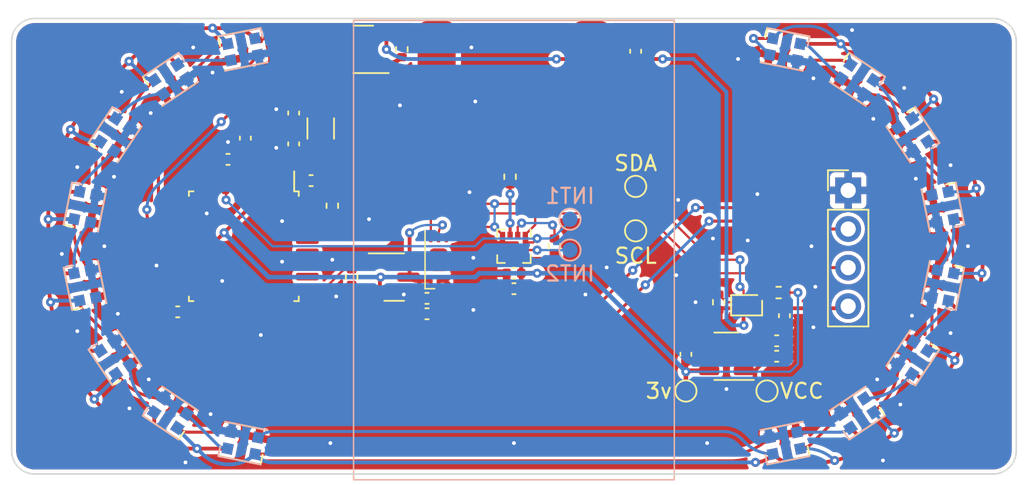
<source format=kicad_pcb>
(kicad_pcb (version 20221018) (generator pcbnew)
  (layers (0 "F.Cu" signal) (31 "B.Cu" signal) (34 "B.Paste" user) (35 "F.Paste" user) (36 "B.SilkS" user "B.Silkscreen") (37 "F.SilkS" user "F.Silkscreen") (38 "B.Mask" user) (39 "F.Mask" user) (44 "Edge.Cuts" user))
  (net 0 "")
  (net 1 "VCC")
  (net 2 "VBUS")
  (net 3 "SWDIO")
  (net 4 "SWCLK")
  (net 5 "GND")
  (net 6 "+3V0")
  (net 7 "IMU_INT2")
  (net 8 "IMU_INT1")
  (net 9 "SCL")
  (net 10 "SDA")
  (net 11 "Net-(U1-~{CS})")
  (net 12 "~{BMS_INT}")
  (net 13 "TS|MR")
  (net 14 "Net-(U1-SA0{slash}SDO)")
  (net 16 "Net-(U4-PH3)")
  (net 17 "BH1730PowerCtrl")
  (net 22 "Net-(U4-PC14)")
  (net 23 "Net-(U4-PC15)")
  (net 27 "Net-(U4-NRST)")
  (net 28 "LED IN")
  (net 31 "LEDPowerCtrl")
  (net 32 "TX")
  (net 36 "RX")
  (net 37 "+BATT")
  (net 38 "/LED_PWR")
  (net 40 "ALVCC")
  (footprint "Capacitor_SMD:C_0402_1005Metric" (layer "F.Cu") (at 166.878 85.471 180)
    (fp_text reference "C15" hide)
    (fp_text value "100n")
  )
  (footprint "Capacitor_SMD:C_0402_1005Metric" (layer "F.Cu") (at 202.946 97.409)
    (fp_text reference "C7" hide)
    (fp_text value "10u")
  )
  (footprint "Package_LGA:LGA-12_2x2mm_P0.5mm" (layer "F.Cu") (at 185.674 91.186 -90)
    (fp_text reference "U1" hide)
    (fp_text value "LIS2DW12" hide)
  )
  (footprint "Components:Texas_DSBGA-8-1.04x1.59mm" (layer "F.Cu") (at 200.968 95.069 -90)
    (fp_text reference "U3" hide)
    (fp_text value "BQ21080" hide)
  )
  (footprint "Capacitor_SMD:C_0402_1005Metric" (layer "F.Cu") (at 202.946 98.425)
    (fp_text reference "C2" hide)
    (fp_text value "1u")
  )
  (footprint "Capacitor_SMD:C_0402_1005Metric" (layer "F.Cu") (at 179.959 94.615)
    (fp_text reference "C8" hide)
    (fp_text value "100n")
  )
  (footprint "Crystal:Crystal_SMD_3215-2Pin_3.2x1.5mm" (layer "F.Cu") (at 172.974 83.439 90)
    (fp_text reference "Y1" hide)
    (fp_text value "32.768k")
  )
  (footprint "Resistor_SMD:R_0402_1005Metric" (layer "F.Cu") (at 188.341 91.186 90)
    (fp_text reference "R1" hide)
    (fp_text value "10k")
  )
  (footprint "TestPoint:TestPoint_Pad_D1.0mm" (layer "F.Cu") (at 202.311 100.711)
    (fp_text reference "TP5" hide)
    (fp_text value "VCC")
  )
  (footprint "Capacitor_SMD:C_0402_1005Metric" (layer "F.Cu") (at 172.339 86.868)
    (fp_text reference "C14" hide)
    (fp_text value "100n")
  )
  (footprint "Resistor_SMD:R_0402_1005Metric" (layer "F.Cu") (at 199.136 94.871 90)
    (fp_text reference "R3" hide)
    (fp_text value "10k")
  )
  (footprint "LED_SMD:LED_WS2812B-2020_PLCC4_2.0x2.0mm" (layer "F.Cu") (at 208.25176 102.168051 -146.25)
    (fp_text reference "REF**7" hide)
    (fp_text value "LED_WS2812B-2020_PLCC4_2.0x2.0mm" hide)
  )
  (footprint "Capacitor_SMD:C_0402_1005Metric" (layer "F.Cu") (at 193.675 78.359 90)
    (fp_text reference "C5" hide)
    (fp_text value "1u")
  )
  (footprint "Package_QFP:LQFP-32_7x7mm_P0.8mm" (layer "F.Cu") (at 167.9194 91.186 -90)
    (fp_text reference "U4" hide)
    (fp_text value "STM32L412KBTx" hide)
  )
  (footprint "Resistor_SMD:R_0402_1005Metric" (layer "F.Cu") (at 173.736 88.519 -90)
    (fp_text reference "R6" hide)
    (fp_text value "10k")
  )
  (footprint "Package_TO_SOT_SMD:SOT-23" (layer "F.Cu") (at 177.8 93.218)
    (fp_text reference "Q3" hide)
    (fp_text value "Q_PMOS_GSD")
  )
  (footprint "LED_SMD:LED_WS2812B-2020_PLCC4_2.0x2.0mm" (layer "F.Cu") (at 208.25176 80.203949 -33.75)
    (fp_text reference "REF**12" hide)
    (fp_text value "LED_WS2812B-2020_PLCC4_2.0x2.0mm" hide)
  )
  (footprint "Capacitor_SMD:C_0402_1005Metric" (layer "F.Cu") (at 203.454 95.758 -90)
    (fp_text reference "C6" hide)
    (fp_text value "1u")
  )
  (footprint "LED_SMD:LED_WS2812B-2020_PLCC4_2.0x2.0mm" (layer "F.Cu") (at 211.895839 98.523972 -123.75)
    (fp_text reference "REF**8" hide)
    (fp_text value "LED_WS2812B-2020_PLCC4_2.0x2.0mm" hide)
  )
  (footprint "Package_TO_SOT_SMD:SOT-23" (layer "F.Cu") (at 175.768 78.232 180)
    (fp_text reference "Q2" hide)
    (fp_text value "Q_PMOS_GSD")
  )
  (footprint "Capacitor_SMD:C_0402_1005Metric" (layer "F.Cu") (at 163.576 95.504 180)
    (fp_text reference "C13" hide)
    (fp_text value "100n")
  )
  (footprint "LED_SMD:LED_WS2812B-2020_PLCC4_2.0x2.0mm" (layer "F.Cu") (at 203.490542 104.140211 -168.75)
    (fp_text reference "REF**6" hide)
    (fp_text value "LED_WS2812B-2020_PLCC4_2.0x2.0mm" hide)
  )
  (footprint "LED_SMD:LED_WS2812B-2020_PLCC4_2.0x2.0mm" (layer "F.Cu") (at 167.857458 104.140212 168.75)
    (fp_text reference "REF**5" hide)
    (fp_text value "LED_WS2812B-2020_PLCC4_2.0x2.0mm" hide)
  )
  (footprint "TestPoint:TestPoint_Pad_D1.0mm" (layer "F.Cu") (at 193.675 87.249)
    (fp_text reference "TP1" hide)
    (fp_text value "SDA")
  )
  (footprint "Connector_PinHeader_2.54mm:PinHeader_1x04_P2.54mm_Vertical" (layer "F.Cu") (at 207.645 87.513)
    (fp_text reference "J1" hide)
    (fp_text value "Conn_01x04_Pin" hide)
  )
  (footprint "LED_SMD:LED_WS2812B-2020_PLCC4_2.0x2.0mm" (layer "F.Cu") (at 157.479999 88.609247 78.75)
    (fp_text reference "REF**1" hide)
    (fp_text value "LED_WS2812B-2020_PLCC4_2.0x2.0mm" hide)
  )
  (footprint "Capacitor_SMD:C_0402_1005Metric" (layer "F.Cu") (at 168.021 84.074 -90)
    (fp_text reference "C10" hide)
    (fp_text value "100n")
  )
  (footprint "Capacitor_SMD:C_0402_1005Metric" (layer "F.Cu") (at 179.959 95.631)
    (fp_text reference "C9" hide)
    (fp_text value "100n")
  )
  (footprint "Resistor_SMD:R_0402_1005Metric" (layer "F.Cu") (at 203.073 94.234)
    (fp_text reference "R4" hide)
    (fp_text value "10k")
  )
  (footprint "Resistor_SMD:R_0402_1005Metric" (layer "F.Cu") (at 178.308 78.232 -90)
    (fp_text reference "R7" hide)
    (fp_text value "100k")
  )
  (footprint "LED_SMD:LED_WS2812B-2020_PLCC4_2.0x2.0mm" (layer "F.Cu") (at 159.45216 98.523972 123.75)
    (fp_text reference "REF**3" hide)
    (fp_text value "LED_WS2812B-2020_PLCC4_2.0x2.0mm" hide)
  )
  (footprint "TestPoint:TestPoint_Pad_D1.0mm" (layer "F.Cu") (at 193.675 90.17)
    (fp_text reference "TP2" hide)
    (fp_text value "SCL")
  )
  (footprint "Capacitor_SMD:C_0402_1005Metric" (layer "F.Cu") (at 171.196 84.455 -90)
    (fp_text reference "C11" hide)
    (fp_text value "4p3")
  )
  (footprint "LED_SMD:LED_WS2812B-2020_PLCC4_2.0x2.0mm" (layer "F.Cu") (at 211.895839 83.848028 -56.25)
    (fp_text reference "REF**11" hide)
    (fp_text value "LED_WS2812B-2020_PLCC4_2.0x2.0mm" hide)
  )
  (footprint "Capacitor_SMD:C_0402_1005Metric" (layer "F.Cu") (at 185.674 92.964 180)
    (fp_text reference "C4" hide)
    (fp_text value "100n")
  )
  (footprint "Capacitor_SMD:C_0402_1005Metric" (layer "F.Cu") (at 185.674 93.98 180)
    (fp_text reference "C3" hide)
    (fp_text value "10u")
  )
  (footprint "LED_SMD:LED_WS2812B-2020_PLCC4_2.0x2.0mm" (layer "F.Cu") (at 159.45216 83.848028 56.25)
    (fp_text reference "REF**" hide)
    (fp_text value "LED_WS2812B-2020_PLCC4_2.0x2.0mm" hide)
  )
  (footprint "Capacitor_SMD:C_0402_1005Metric" (layer "F.Cu") (at 196.977 98.298 90)
    (fp_text reference "C1" hide)
    (fp_text value "2u2")
  )
  (footprint "LED_SMD:LED_WS2812B-2020_PLCC4_2.0x2.0mm" (layer "F.Cu") (at 163.096239 80.203949 33.75)
    (fp_text reference "REF**15" hide)
    (fp_text value "LED_WS2812B-2020_PLCC4_2.0x2.0mm" hide)
  )
  (footprint "Resistor_SMD:R_0402_1005Metric" (layer "F.Cu") (at 175.006 93.218 90)
    (fp_text reference "R5" hide)
    (fp_text value "100k")
  )
  (footprint "LED_SMD:LED_WS2812B-2020_PLCC4_2.0x2.0mm" (layer "F.Cu") (at 213.868 93.762753 -101.25)
    (fp_text reference "REF**9" hide)
    (fp_text value "LED_WS2812B-2020_PLCC4_2.0x2.0mm" hide)
  )
  (footprint "Components:WSOF6" (layer "F.Cu") (at 180.721 92.075 90)
    (fp_text reference "U5")
    (fp_text value "BH1730")
  )
  (footprint "LED_SMD:LED_WS2812B-2020_PLCC4_2.0x2.0mm" (layer "F.Cu") (at 213.867999 88.609246 -78.75)
    (fp_text reference "REF**10" hide)
    (fp_text value "LED_WS2812B-2020_PLCC4_2.0x2.0mm" hide)
  )
  (footprint "LED_SMD:LED_WS2812B-2020_PLCC4_2.0x2.0mm" (layer "F.Cu") (at 163.096239 102.168051 146.25)
    (fp_text reference "REF**4" hide)
    (fp_text value "LED_WS2812B-2020_PLCC4_2.0x2.0mm" hide)
  )
  (footprint "Resistor_SMD:R_0402_1005Metric" (layer "F.Cu") (at 185.42 86.614 -90)
    (fp_text reference "R2" hide)
    (fp_text value "0")
  )
  (footprint "Package_TO_SOT_SMD:SOT-23-5" (layer "F.Cu") (at 199.644 98.425 180)
    (fp_text reference "U2" hide)
    (fp_text value "AP2205-3.0")
  )
  (footprint "LED_SMD:LED_WS2812B-2020_PLCC4_2.0x2.0mm" (layer "F.Cu") (at 167.857457 78.231789 11.25)
    (fp_text reference "REF**14" hide)
    (fp_text value "LED_WS2812B-2020_PLCC4_2.0x2.0mm" hide)
  )
  (footprint "LED_SMD:LED_WS2812B-2020_PLCC4_2.0x2.0mm" (layer "F.Cu") (at 157.48 93.762754 101.25)
    (fp_text reference "REF**2" hide)
    (fp_text value "LED_WS2812B-2020_PLCC4_2.0x2.0mm" hide)
  )
  (footprint "LED_SMD:LED_WS2812B-2020_PLCC4_2.0x2.0mm" (layer "F.Cu") (at 203.490541 78.231788 -11.25)
    (fp_text reference "REF**13" hide)
    (fp_text value "LED_WS2812B-2020_PLCC4_2.0x2.0mm" hide)
  )
  (footprint "TestPoint:TestPoint_Pad_D1.0mm" (layer "F.Cu") (at 196.977 100.711)
    (fp_text reference "TP6" hide)
    (fp_text value "3v")
  )
  (footprint "Components:battery_20x30" (layer "F.Cu") (at 185.674 78.867)
    (fp_text reference "BT1" hide)
    (fp_text value "200mAh")
  )
  (footprint "Capacitor_SMD:C_0402_1005Metric" (layer "F.Cu") (at 171.196 82.423 90)
    (fp_text reference "C12" hide)
    (fp_text value "4p3")
  )
  (footprint "LED_SMD:LED_WS2812B-2020_PLCC4_2.0x2.0mm" (layer "B.Cu") (at 213.868 93.762753 78.75)
    (fp_text reference "REF**12" hide)
    (fp_text value "LED_WS2812B-2020_PLCC4_2.0x2.0mm" hide)
  )
  (footprint "LED_SMD:LED_WS2812B-2020_PLCC4_2.0x2.0mm" (layer "B.Cu") (at 159.452161 83.849711 -123.75)
    (fp_text reference "REF**5" hide)
    (fp_text value "LED_WS2812B-2020_PLCC4_2.0x2.0mm" hide)
  )
  (footprint "LED_SMD:LED_WS2812B-2020_PLCC4_2.0x2.0mm" (layer "B.Cu") (at 167.857459 78.233471 -168.75)
    (fp_text reference "REF**7" hide)
    (fp_text value "LED_WS2812B-2020_PLCC4_2.0x2.0mm" hide)
  )
  (footprint "LED_SMD:LED_WS2812B-2020_PLCC4_2.0x2.0mm" (layer "B.Cu") (at 211.895839 98.523972 56.25)
    (fp_text reference "REF**13" hide)
    (fp_text value "LED_WS2812B-2020_PLCC4_2.0x2.0mm" hide)
  )
  (footprint "LED_SMD:LED_WS2812B-2020_PLCC4_2.0x2.0mm" (layer "B.Cu") (at 208.251759 102.16805 33.75)
    (fp_text reference "REF**14" hide)
    (fp_text value "LED_WS2812B-2020_PLCC4_2.0x2.0mm" hide)
  )
  (footprint "LED_SMD:LED_WS2812B-2020_PLCC4_2.0x2.0mm" (layer "B.Cu") (at 163.096241 80.205633 -146.25)
    (fp_text reference "REF**6" hide)
    (fp_text value "LED_WS2812B-2020_PLCC4_2.0x2.0mm" hide)
  )
  (footprint "LED_SMD:LED_WS2812B-2020_PLCC4_2.0x2.0mm" (layer "B.Cu") (at 203.490541 104.140212 11.25)
    (fp_text reference "REF**15" hide)
    (fp_text value "LED_WS2812B-2020_PLCC4_2.0x2.0mm" hide)
  )
  (footprint "LED_SMD:LED_WS2812B-2020_PLCC4_2.0x2.0mm" (layer "B.Cu") (at 157.48 88.61093 -101.25)
    (fp_text reference "REF**4" hide)
    (fp_text value "LED_WS2812B-2020_PLCC4_2.0x2.0mm" hide)
  )
  (footprint "LED_SMD:LED_WS2812B-2020_PLCC4_2.0x2.0mm" (layer "B.Cu") (at 203.490541 78.231788 168.75)
    (fp_text reference "REF**8" hide)
    (fp_text value "LED_WS2812B-2020_PLCC4_2.0x2.0mm" hide)
  )
  (footprint "LED_SMD:LED_WS2812B-2020_PLCC4_2.0x2.0mm" (layer "B.Cu") (at 167.857459 104.141895 -11.25)
    (fp_text reference "REF**" hide)
    (fp_text value "LED_WS2812B-2020_PLCC4_2.0x2.0mm" hide)
  )
  (footprint "LED_SMD:LED_WS2812B-2020_PLCC4_2.0x2.0mm" (layer "B.Cu") (at 208.25176 80.203949 146.25)
    (fp_text reference "REF**9" hide)
    (fp_text value "LED_WS2812B-2020_PLCC4_2.0x2.0mm" hide)
  )
  (footprint "LED_SMD:LED_WS2812B-2020_PLCC4_2.0x2.0mm" (layer "B.Cu") (at 159.452162 98.525654 -56.25)
    (fp_text reference "REF**2" hide)
    (fp_text value "LED_WS2812B-2020_PLCC4_2.0x2.0mm" hide)
  )
  (footprint "LED_SMD:LED_WS2812B-2020_PLCC4_2.0x2.0mm" (layer "B.Cu") (at 157.48 93.764436 -78.75)
    (fp_text reference "REF**3" hide)
    (fp_text value "LED_WS2812B-2020_PLCC4_2.0x2.0mm" hide)
  )
  (footprint "LED_SMD:LED_WS2812B-2020_PLCC4_2.0x2.0mm" (layer "B.Cu") (at 163.09624 102.169734 -33.75)
    (fp_text reference "REF**1" hide)
    (fp_text value "LED_WS2812B-2020_PLCC4_2.0x2.0mm" hide)
  )
  (footprint "LED_SMD:LED_WS2812B-2020_PLCC4_2.0x2.0mm" (layer "B.Cu") (at 211.895838 83.848029 123.75)
    (fp_text reference "REF**10" hide)
    (fp_text value "LED_WS2812B-2020_PLCC4_2.0x2.0mm" hide)
  )
  (footprint "TestPoint:TestPoint_Pad_D1.0mm" (layer "B.Cu") (at 189.357 89.408 180)
    (fp_text reference "TP3" hide)
    (fp_text value "INT1")
  )
  (footprint "LED_SMD:LED_WS2812B-2020_PLCC4_2.0x2.0mm" (layer "B.Cu") (at 213.868 88.609247 101.25)
    (fp_text reference "REF**11" hide)
    (fp_text value "LED_WS2812B-2020_PLCC4_2.0x2.0mm" hide)
  )
  (footprint "TestPoint:TestPoint_Pad_D1.0mm" (layer "B.Cu") (at 189.357 91.44 180)
    (fp_text reference "TP4" hide)
    (fp_text value "INT2")
  )
  (gr_line (start 217.17 76.2) (end 154.178 76.2) (stroke (width 0.1)) (layer "Edge.Cuts"))
  (gr_arc (start 218.694 104.648) (mid 218.247631 105.725631) (end 217.17 106.172) (stroke (width 0.1)) (layer "Edge.Cuts"))
  (gr_line (start 218.694 77.724) (end 218.694 104.648) (stroke (width 0.1)) (layer "Edge.Cuts"))
  (gr_arc (start 154.178 106.172) (mid 153.100369 105.725631) (end 152.654 104.648) (stroke (width 0.1)) (layer "Edge.Cuts"))
  (gr_line (start 152.654 77.724) (end 152.654 104.648) (stroke (width 0.1)) (layer "Edge.Cuts"))
  (gr_arc (start 152.654 77.724) (mid 153.100369 76.646369) (end 154.178 76.2) (stroke (width 0.1)) (layer "Edge.Cuts"))
  (gr_arc (start 217.17 76.2) (mid 218.247631 76.646369) (end 218.694 77.724) (stroke (width 0.1)) (layer "Edge.Cuts"))
  (gr_line (start 217.17 106.172) (end 154.178 106.172) (stroke (width 0.1)) (layer "Edge.Cuts"))
  (segment (start 213.15006 97.372082) (end 213.15006 94.552872) (width 0.2) (layer "F.Cu") (net 0))
  (segment (start 166.156075 78.159432) (end 164.162597 80.152911) (width 0.2) (layer "F.Cu") (net 0))
  (segment (start 211.844801 82.78167) (end 211.311599 82.248468) (width 0.2) (layer "F.Cu") (net 0))
  (segment (start 214.58594 92.972634) (end 214.58594 92.218574) (width 0.2) (layer "F.Cu") (net 0))
  (segment (start 164.248129 103.422272) (end 167.067339 103.422272) (width 0.2) (layer "F.Cu") (net 0))
  (segment (start 207.09987 78.949728) (end 204.28066 78.949728) (width 0.2) (layer "F.Cu") (net 0))
  (segment (start 158.197939 84.999918) (end 158.197939 87.819128) (width 0.2) (layer "F.Cu") (net 0))
  (segment (start 156.762059 89.399366) (end 156.762059 90.153426) (width 0.2) (layer "F.Cu") (net 0))
  (segment (start 168.647577 104.858152) (end 199.881214 104.858152) (width 0.2) (layer "F.Cu") (net 0))
  (segment (start 205.191924 104.212568) (end 207.185402 102.219089) (width 0.2) (layer "F.Cu") (net 0))
  (segment (start 213.940356 86.907864) (end 211.946877 84.914386) (width 0.2) (layer "F.Cu") (net 0))
  (segment (start 162.029881 80.254987) (end 161.496679 80.788189) (width 0.2) (layer "F.Cu") (net 0))
  (segment (start 157.407643 95.464136) (end 159.401122 97.457614) (width 0.2) (layer "F.Cu") (net 0))
  (segment (start 209.318118 102.117013) (end 209.85132 101.583811) (width 0.2) (layer "F.Cu") (net 0))
  (segment (start 159.503198 99.59033) (end 160.0364 100.123532) (width 0.2) (layer "F.Cu") (net 0))
  (segment (start 201.422 77.513848) (end 202.700422 77.513848) (width 0.2) (layer "F.Cu") (net 0))
  (via (at 201.422 77.513848) (size 0.6) (drill 0.25) (layers "F.Cu" "B.Cu") (net 0))
  (arc (start 204.49526 104.501135) (mid 204.872292 104.426139) (end 205.191924 104.212568) (width 0.2) (layer "F.Cu") (net 0))
  (arc (start 157.119076 94.767472) (mid 157.194072 95.144504) (end 157.407643 95.464136) (width 0.2) (layer "F.Cu") (net 0))
  (arc (start 199.881214 104.858152) (mid 201.290819 104.577765) (end 202.485824 103.779287) (width 0.2) (layer "F.Cu") (net 0))
  (arc (start 214.228923 87.604528) (mid 214.153927 87.227496) (end 213.940356 86.907864) (width 0.2) (layer "F.Cu") (net 0))
  (arc (start 156.762059 90.153426) (mid 157.042446 91.563031) (end 157.840924 92.758036) (width 0.2) (layer "F.Cu") (net 0))
  (arc (start 161.496679 80.788189) (mid 160.698202 81.983193) (end 160.417815 83.392797) (width 0.2) (layer "F.Cu") (net 0))
  (arc (start 211.311599 82.248468) (mid 210.116595 81.449991) (end 208.706991 81.169604) (width 0.2) (layer "F.Cu") (net 0))
  (arc (start 209.85132 101.583811) (mid 210.649797 100.388807) (end 210.930184 98.979203) (width 0.2) (layer "F.Cu") (net 0))
  (arc (start 158.486505 84.303259) (mid 158.272935 84.622889) (end 158.197939 84.999918) (width 0.2) (layer "F.Cu") (net 0))
  (arc (start 163.55147 103.133706) (mid 163.8711 103.347276) (end 164.248129 103.422272) (width 0.2) (layer "F.Cu") (net 0))
  (arc (start 160.0364 100.123532) (mid 161.231404 100.922009) (end 162.641008 101.202396) (width 0.2) (layer "F.Cu") (net 0))
  (arc (start 207.796529 79.238294) (mid 207.476899 79.024724) (end 207.09987 78.949728) (width 0.2) (layer "F.Cu") (net 0))
  (arc (start 166.852739 77.870865) (mid 166.475707 77.945861) (end 166.156075 78.159432) (width 0.2) (layer "F.Cu") (net 0))
  (arc (start 214.58594 92.218574) (mid 214.305553 90.808969) (end 213.507075 89.613964) (width 0.2) (layer "F.Cu") (net 0))
  (arc (start 212.861494 98.068741) (mid 213.075064 97.749111) (end 213.15006 97.372082) (width 0.2) (layer "F.Cu") (net 0))
  (segment (start 209.318118 80.254987) (end 209.851318 80.788187) (width 0.2) (layer "B.Cu") (net 0))
  (segment (start 214.58594 89.399366) (end 214.58594 90.153427) (width 0.2) (layer "B.Cu") (net 0))
  (segment (start 205.191923 78.159431) (end 207.185402 80.152911) (width 0.2) (layer "B.Cu") (net 0))
  (segment (start 213.940357 95.464135) (end 211.946877 97.457614) (width 0.2) (layer "B.Cu") (net 0))
  (segment (start 202.485823 78.592712) (end 201.432636 77.539525) (width 0.2) (layer "B.Cu") (net 0))
  (segment (start 158.19794 97.373761) (end 158.19794 94.554555) (width 0.2) (layer "B.Cu") (net 0))
  (segment (start 159.503199 82.783353) (end 160.036399 82.250153) (width 0.2) (layer "B.Cu") (net 0))
  (segment (start 207.099866 103.422272) (end 204.28066 103.422272) (width 0.2) (layer "B.Cu") (net 0))
  (segment (start 166.156077 104.214252) (end 164.162598 102.220772) (width 0.2) (layer "B.Cu") (net 0))
  (segment (start 164.248134 78.951411) (end 167.06734 78.951411) (width 0.2) (layer "B.Cu") (net 0))
  (segment (start 162.029882 102.118696) (end 161.496682 101.585496) (width 0.2) (layer "B.Cu") (net 0))
  (segment (start 200.876771 104.102771) (end 200.66 103.886) (width 0.2) (layer "B.Cu") (net 0))
  (segment (start 157.407643 86.909548) (end 159.401123 84.916069) (width 0.2) (layer "B.Cu") (net 0))
  (segment (start 213.15006 84.999922) (end 213.15006 87.819128) (width 0.2) (layer "B.Cu") (net 0))
  (segment (start 211.844801 99.59033) (end 211.311601 100.12353) (width 0.2) (layer "B.Cu") (net 0))
  (segment (start 199.43358 103.378) (end 169.835035 103.378) (width 0.2) (layer "B.Cu") (net 0))
  (segment (start 156.76206 92.974317) (end 156.76206 92.220256) (width 0.2) (layer "B.Cu") (net 0))
  (arc (start 214.58594 90.153427) (mid 214.305552 91.56303) (end 213.507076 92.758035) (width 0.2) (layer "B.Cu") (net 0))
  (arc (start 166.852741 104.502819) (mid 166.475709 104.427823) (end 166.156077 104.214252) (width 0.2) (layer "B.Cu") (net 0))
  (arc (start 157.119076 87.606212) (mid 157.194072 87.22918) (end 157.407643 86.909548) (width 0.2) (layer "B.Cu") (net 0))
  (arc (start 209.851318 80.788187) (mid 210.649795 81.983193) (end 210.930183 83.392798) (width 0.2) (layer "B.Cu") (net 0))
  (arc (start 160.036399 82.250153) (mid 161.231405 81.451676) (end 162.64101 81.171288) (width 0.2) (layer "B.Cu") (net 0))
  (arc (start 204.495259 77.870864) (mid 204.872291 77.94586) (end 205.191923 78.159431) (width 0.2) (layer "B.Cu") (net 0))
  (arc (start 200.66 103.886) (mid 200.097314 103.510025) (end 199.43358 103.378) (width 0.2) (layer "B.Cu") (net 0))
  (arc (start 158.486507 98.070423) (mid 158.272937 97.750792) (end 158.19794 97.373761) (width 0.2) (layer "B.Cu") (net 0))
  (arc (start 201.432636 77.539525) (mid 201.424765 77.527745) (end 201.422 77.513848) (width 0.2) (layer "B.Cu") (net 0))
  (arc (start 163.551472 79.239978) (mid 163.871103 79.026408) (end 164.248134 78.951411) (width 0.2) (layer "B.Cu") (net 0))
  (arc (start 207.796528 103.133705) (mid 207.476897 103.347275) (end 207.099866 103.422272) (width 0.2) (layer "B.Cu") (net 0))
  (arc (start 212.861493 84.30326) (mid 213.075063 84.622891) (end 213.15006 84.999922) (width 0.2) (layer "B.Cu") (net 0))
  (arc (start 156.76206 92.220256) (mid 157.042448 90.810653) (end 157.840924 89.615648) (width 0.2) (layer "B.Cu") (net 0))
  (arc (start 202.700422 104.858152) (mid 201.713469 104.661835) (end 200.876771 104.102771) (width 0.2) (layer "B.Cu") (net 0))
  (arc (start 214.228924 94.767471) (mid 214.153928 95.144503) (end 213.940357 95.464135) (width 0.2) (layer "B.Cu") (net 0))
  (arc (start 211.311601 100.12353) (mid 210.116595 100.922007) (end 208.70699 101.202395) (width 0.2) (layer "B.Cu") (net 0))
  (arc (start 169.835035 103.378) (mid 169.308528 103.482728) (end 168.862177 103.780971) (width 0.2) (layer "B.Cu") (net 0))
  (arc (start 168.757499 77.47) (mid 168.69801 77.481833) (end 168.647578 77.515531) (width 0.2) (layer "B.Cu") (net 0))
  (arc (start 161.496682 101.585496) (mid 160.698205 100.39049) (end 160.417817 98.980885) (width 0.2) (layer "B.Cu") (net 0))
  (segment (start 202.466 98.425) (end 201.516 99.375) (width 0.25) (layer "F.Cu") (net 1))
  (segment (start 201.168 95.269) (end 201.168 95.631) (width 0.25) (layer "F.Cu") (net 1))
  (segment (start 202.466 96.929) (end 202.466 98.425) (width 0.25) (layer "F.Cu") (net 1))
  (segment (start 201.516 99.916) (end 201.516 99.375) (width 0.3) (layer "F.Cu") (net 1))
  (segment (start 201.516 99.375) (end 200.7815 99.375) (width 0.25) (layer "F.Cu") (net 1))
  (segment (start 202.311 100.711) (end 201.516 99.916) (width 0.3) (layer "F.Cu") (net 1))
  (segment (start 201.168 95.631) (end 202.466 96.929) (width 0.25) (layer "F.Cu") (net 1))
  (segment (start 207.645 95.133) (end 207.509 95.269) (width 0.25) (layer "F.Cu") (net 2))
  (segment (start 207.509 95.269) (end 201.568 95.269) (width 0.25) (layer "F.Cu") (net 2))
  (segment (start 194.31 93.726) (end 190.119 97.917) (width 0.2) (layer "F.Cu") (net 3))
  (segment (start 171.45 97.917) (end 169.9194 96.3864) (width 0.2) (layer "F.Cu") (net 3))
  (segment (start 202.184 89.535) (end 198.501 89.535) (width 0.2) (layer "F.Cu") (net 3))
  (segment (start 207.645 92.593) (end 205.242 92.593) (width 0.2) (layer "F.Cu") (net 3))
  (segment (start 203.581 90.932) (end 202.184 89.535) (width 0.2) (layer "F.Cu") (net 3))
  (segment (start 190.119 97.917) (end 171.45 97.917) (width 0.2) (layer "F.Cu") (net 3))
  (segment (start 169.9194 96.3864) (end 169.9194 95.361) (width 0.2) (layer "F.Cu") (net 3))
  (segment (start 205.242 92.593) (end 203.581 90.932) (width 0.2) (layer "F.Cu") (net 3))
  (via (at 198.501 89.535) (size 0.6) (drill 0.25) (layers "F.Cu" "B.Cu") (net 3))
  (via (at 194.31 93.726) (size 0.6) (drill 0.25) (layers "F.Cu" "B.Cu") (net 3))
  (segment (start 194.31 93.726) (end 198.501 89.535) (width 0.2) (layer "B.Cu") (net 3))
  (segment (start 189.103 97.155) (end 172.5134 97.155) (width 0.2) (layer "F.Cu") (net 4))
  (segment (start 172.5134 97.155) (end 170.7194 95.361) (width 0.2) (layer "F.Cu") (net 4))
  (segment (start 205.115 90.053) (end 204.089 89.027) (width 0.2) (layer "F.Cu") (net 4))
  (segment (start 193.4845 92.7735) (end 189.103 97.155) (width 0.2) (layer "F.Cu") (net 4))
  (segment (start 204.089 89.027) (end 203.708 88.646) (width 0.2) (layer "F.Cu") (net 4))
  (segment (start 203.708 88.646) (end 197.612 88.646) (width 0.2) (layer "F.Cu") (net 4))
  (segment (start 207.645 90.053) (end 205.115 90.053) (width 0.2) (layer "F.Cu") (net 4))
  (via (at 193.4845 92.7735) (size 0.6) (drill 0.25) (layers "F.Cu" "B.Cu") (net 4))
  (via (at 197.612 88.646) (size 0.6) (drill 0.25) (layers "F.Cu" "B.Cu") (net 4))
  (segment (start 197.612 88.646) (end 193.4845 92.7735) (width 0.2) (layer "B.Cu") (net 4))
  (segment (start 200.368 95.269) (end 199.406391 95.269) (width 0.25) (layer "F.Cu") (net 5))
  (segment (start 171.196 83.439) (end 172.974 83.439) (width 0.25) (layer "F.Cu") (net 5))
  (segment (start 180.721 93.472) (end 180.721 93.934192) (width 0.25) (layer "F.Cu") (net 5))
  (segment (start 180.721 93.472) (end 181.229 93.472) (width 0.25) (layer "F.Cu") (net 5))
  (segment (start 171.196 83.975) (end 171.196 83.439) (width 0.25) (layer "F.Cu") (net 5))
  (segment (start 200.368 95.269) (end 200.368 95.437925) (width 0.25) (layer "F.Cu") (net 5))
  (via (at 182.753 87.63) (size 0.6) (drill 0.25) (layers "F.Cu" "B.Cu") (net 5))
  (via (at 211.836 95.758) (size 0.6) (drill 0.25) (layers "F.Cu" "B.Cu") (net 5))
  (via (at 200.406 78.867) (size 0.6) (drill 0.25) (layers "F.Cu" "B.Cu") (net 5))
  (via (at 212.09 86.741) (size 0.6) (drill 0.25) (layers "F.Cu" "B.Cu") (net 5))
  (via (at 209.931 105.283) (size 0.6) (drill 0.25) (layers "F.Cu" "B.Cu") (net 5))
  (via (at 159.385 86.614) (size 0.6) (drill 0.25) (layers "F.Cu" "B.Cu") (net 5))
  (via (at 173.736 92.075) (size 0.6) (drill 0.25) (layers "F.Cu" "B.Cu") (net 5))
  (via (at 161.798 82.423) (size 0.6) (drill 0.25) (layers "F.Cu" "B.Cu") (net 5))
  (via (at 170.434 89.535) (size 0.6) (drill 0.25) (layers "F.Cu" "B.Cu") (net 5))
  (via (at 165.862 79.756) (size 0.6) (drill 0.25) (layers "F.Cu" "B.Cu") (net 5))
  (via (at 170.053 84.709) (size 0.6) (drill 0.25) (layers "F.Cu" "B.Cu") (net 5))
  (via (at 209.55 99.949) (size 0.6) (drill 0.25) (layers "F.Cu" "B.Cu") (net 5))
  (via (at 173.99 94.488) (size 0.6) (drill 0.25) (layers "F.Cu" "B.Cu") (net 5))
  (via (at 198.374 104.14) (size 0.6) (drill 0.25) (layers "F.Cu" "B.Cu") (net 5))
  (via (at 214.376 85.852) (size 0.6) (drill 0.25) (layers "F.Cu" "B.Cu") (net 5))
  (via (at 176.149 89.408) (size 0.6) (drill 0.25) (layers "F.Cu" "B.Cu") (net 5))
  (via (at 166.497 93.472) (size 0.6) (drill 0.25) (layers "F.Cu" "B.Cu") (net 5))
  (via (at 182.88 78.105) (size 0.6) (drill 0.25) (layers "F.Cu" "B.Cu") (net 5))
  (via (at 178.435 94.361) (size 0.6) (drill 0.25) (layers "F.Cu" "B.Cu") (net 5))
  (via (at 183.007 91.948) (size 0.6) (drill 0.25) (layers "F.Cu" "B.Cu") (net 5))
  (via (at 185.674 104.14) (size 0.6) (drill 0.25) (layers "F.Cu" "B.Cu") (net 5))
  (via (at 155.956 91.694) (size 0.6) (drill 0.25) (layers "F.Cu" "B.Cu") (net 5))
  (via (at 159.639 95.631) (size 0.6) (drill 0.25) (layers "F.Cu" "B.Cu") (net 5))
  (via (at 211.074 101.6) (size 0.6) (drill 0.25) (layers "F.Cu" "B.Cu") (net 5))
  (via (at 160.401 101.854) (size 0.6) (drill 0.25) (layers "F.Cu" "B.Cu") (net 5))
  (via (at 169.037 97.028) (size 0.6) (drill 0.25) (layers "F.Cu" "B.Cu") (net 5))
  (via (at 201.676 87.757) (size 0.6) (drill 0.25) (layers "F.Cu" "B.Cu") (net 5))
  (via (at 164.592 78.105) (size 0.6) (drill 0.25) (layers "F.Cu" "B.Cu") (net 5))
  (via (at 209.296 82.804) (size 0.6) (drill 0.25) (layers "F.Cu" "B.Cu") (net 5))
  (via (at 196.469 88.138) (size 0.6) (drill 0.25) (layers "F.Cu" "B.Cu") (net 5))
  (via (at 170.434 92.202) (size 0.6) (drill 0.25) (layers "F.Cu" "B.Cu") (net 5))
  (via (at 158.75 91.186) (size 0.6) (drill 0.25) (layers "F.Cu" "B.Cu") (net 5))
  (via (at 201.041 90.805) (size 0.6) (drill 0.25) (layers "F.Cu" "B.Cu") (net 5))
  (via (at 161.671 99.949) (size 0.6) (drill 0.25) (layers "F.Cu" "B.Cu") (net 5))
  (via (at 166.878 84.328) (size 0.6) (drill 0.25) (layers "F.Cu" "B.Cu") (net 5))
  (via (at 183.007 95.377) (size 0.6) (drill 0.25) (layers "F.Cu" "B.Cu") (net 5))
  (via (at 170.053 82.169) (size 0.6) (drill 0.25) (layers "F.Cu" "B.Cu") (net 5))
  (via (at 159.893 81.026) (size 0.6) (drill 0.25) (layers "F.Cu" "B.Cu") (net 5))
  (via (at 205.232 91.186) (size 0.6) (drill 0.25) (layers "F.Cu" "B.Cu") (net 5))
  (via (at 205.359 96.52) (size 0.6) (drill 0.25) (layers "F.Cu" "B.Cu") (net 5))
  (via (at 173.609 104.14) (size 0.6) (drill 0.25) (layers "F.Cu" "B.Cu") (net 5))
  (via (at 178.181 81.915) (size 0.6) (drill 0.25) (layers "F.Cu" "B.Cu") (net 5))
  (via (at 156.972 85.979) (size 0.6) (drill 0.25) (layers "F.Cu" "B.Cu") (net 5))
  (via (at 211.328 80.772) (size 0.6) (drill 0.25) (layers "F.Cu" "B.Cu") (net 5))
  (via (at 215.519 91.186) (size 0.6) (drill 0.25) (layers "F.Cu" "B.Cu") (net 5))
  (via (at 162.179 92.456) (size 0.6) (drill 0.25) (layers "F.Cu" "B.Cu") (net 5))
  (via (at 190.373 94.361) (size 0.6) (drill 0.25) (layers "F.Cu" "B.Cu") (net 5))
  (via (at 198.755 90.678) (size 0.6) (drill 0.25) (layers "F.Cu" "B.Cu") (net 5))
  (via (at 165.735 102.235) (size 0.6) (drill 0.25) (layers "F.Cu" "B.Cu") (net 5))
  (via (at 191.77 92.583) (size 0.6) (drill 0.25) (layers "F.Cu" "B.Cu") (net 5))
  (via (at 199.644 100.584) (size 0.6) (drill 0.25) (layers "F.Cu" "B.Cu") (net 5))
  (via (at 156.972 96.774) (size 0.6) (drill 0.25) (layers "F.Cu" "B.Cu") (net 5))
  (via (at 196.342 93.091) (size 0.6) (drill 0.25) (layers "F.Cu" "B.Cu") (net 5))
  (via (at 205.486 93.853) (size 0.6) (drill 0.25) (layers "F.Cu" "B.Cu") (net 5))
  (via (at 197.612 94.869) (size 0.6) (drill 0.25) (layers "F.Cu" "B.Cu") (net 5))
  (via (at 205.359 80.137) (size 0.6) (drill 0.25) (layers "F.Cu" "B.Cu") (net 5))
  (via (at 165.481 89.027) (size 0.6) (drill 0.25) (layers "F.Cu" "B.Cu") (net 5))
  (via (at 207.899 76.962) (size 0.6) (drill 0.25) (layers "F.Cu" "B.Cu") (net 5))
  (via (at 214.376 96.901) (size 0.6) (drill 0.25) (layers "F.Cu" "B.Cu") (net 5))
  (via (at 183.134 81.661) (size 0.6) (drill 0.25) (layers "F.Cu" "B.Cu") (net 5))
  (via (at 164.084 105.41) (size 0.6) (drill 0.25) (layers "F.Cu" "B.Cu") (net 5))
  (arc (start 200.368 95.437925) (mid 200.278857 95.886076) (end 200.025 96.266) (width 0.25) (layer "F.Cu") (net 5))
  (arc (start 180.721 93.934192) (mid 180.64771 94.302642) (end 180.439 94.615) (width 0.25) (layer "F.Cu") (net 5))
  (arc (start 199.406391 95.269) (mid 199.260057 95.298108) (end 199.136 95.381) (width 0.25) (layer "F.Cu") (net 5))
  (arc (start 164.162599 80.154595) (mid 164.223571 80.166723) (end 164.275261 80.201261) (width 0.3) (layer "B.Cu") (net 5))
  (arc (start 162.641009 101.204079) (mid 162.653154 101.143021) (end 162.68774 101.091259) (width 0.3) (layer "B.Cu") (net 5))
  (segment (start 176.068253 94.168) (end 176.8625 94.168) (width 0.15) (layer "F.Cu") (net 6))
  (segment (start 198.5065 99.375) (end 197.043 99.375) (width 0.3) (layer "F.Cu") (net 6))
  (segment (start 203.583 94.234) (end 204.343 94.234) (width 0.15) (layer "F.Cu") (net 6))
  (segment (start 186.424 91.9485) (end 186.4405 91.965) (width 0.15) (layer "F.Cu") (net 6))
  (segment (start 167.5194 87.8904) (end 168.275 88.646) (width 0.25) (layer "F.Cu") (net 6))
  (segment (start 188.072 91.965) (end 188.341 91.696) (width 0.15) (layer "F.Cu") (net 6))
  (segment (start 166.624 90.297) (end 165.1194 91.8016) (width 0.25) (layer "F.Cu") (net 6))
  (segment (start 186.154 92.1785) (end 185.924 91.9485) (width 0.25) (layer "F.Cu") (net 6))
  (segment (start 186.154 93.98) (end 186.154 92.964) (width 0.3) (layer "F.Cu") (net 6))
  (segment (start 186.154 92.964) (end 186.154 92.2185) (width 0.25) (layer "F.Cu") (net 6))
  (segment (start 170.8624 86.868) (end 171.859 86.868) (width 0.25) (layer "F.Cu") (net 6))
  (segment (start 196.977 98.778) (end 196.977 99.441) (width 0.3) (layer "F.Cu") (net 6))
  (segment (start 186.154 92.964) (end 186.154 92.1785) (width 0.25) (layer "F.Cu") (net 6))
  (segment (start 187.198 92.964) (end 186.154 92.964) (width 0.3) (layer "F.Cu") (net 6))
  (segment (start 186.154 92.2185) (end 186.424 91.9485) (width 0.25) (layer "F.Cu") (net 6))
  (segment (start 185.924 91.9485) (end 186.153803 91.9485) (width 0.15) (layer "F.Cu") (net 6))
  (segment (start 186.153803 91.9485) (end 186.424 91.9485) (width 0.15) (layer "F.Cu") (net 6))
  (segment (start 164.056 95.504) (end 164.9764 95.504) (width 0.25) (layer "F.Cu") (net 6))
  (segment (start 167.5194 87.011) (end 167.5194 85.6324) (width 0.25) (layer "F.Cu") (net 6))
  (segment (start 169.926 88.646) (end 170.7194 87.8526) (width 0.25) (layer "F.Cu") (net 6))
  (segment (start 165.1194 91.8016) (end 165.1194 95.361) (width 0.25) (layer "F.Cu") (net 6))
  (segment (start 170.7194 87.8526) (end 170.7194 87.011) (width 0.25) (layer "F.Cu") (net 6))
  (segment (start 186.4405 91.965) (end 188.072 91.965) (width 0.15) (layer "F.Cu") (net 6))
  (segment (start 170.7194 87.011) (end 170.8624 86.868) (width 0.25) (layer "F.Cu") (net 6))
  (segment (start 168.275 88.646) (end 166.624 90.297) (width 0.25) (layer "F.Cu") (net 6))
  (segment (start 164.9764 95.504) (end 165.1194 95.361) (width 0.25) (layer "F.Cu") (net 6))
  (segment (start 167.5194 87.011) (end 167.5194 87.8904) (width 0.25) (layer "F.Cu") (net 6))
  (segment (start 176.8625 94.168) (end 176.8625 93.335089) (width 0.25) (layer "F.Cu") (net 6))
  (segment (start 197.043 99.375) (end 196.977 99.441) (width 0.3) (layer "F.Cu") (net 6))
  (segment (start 196.977 100.711) (end 196.977 99.441) (width 0.3) (layer "F.Cu") (net 6))
  (segment (start 167.5194 85.6324) (end 167.358 85.471) (width 0.25) (layer "F.Cu") (net 6))
  (segment (start 168.275 88.646) (end 169.926 88.646) (width 0.25) (layer "F.Cu") (net 6))
  (via (at 187.198 92.964) (size 0.6) (drill 0.25) (layers "F.Cu" "B.Cu") (net 6))
  (via (at 176.911 93.218) (size 0.6) (drill 0.25) (layers "F.Cu" "B.Cu") (net 6))
  (via (at 166.624 90.297) (size 0.6) (drill 0.25) (layers "F.Cu" "B.Cu") (net 6))
  (via (at 204.343 94.234) (size 0.6) (drill 0.25) (layers "F.Cu" "B.Cu") (net 6))
  (via (at 196.977 99.441) (size 0.6) (drill 0.25) (layers "F.Cu" "B.Cu") (net 6))
  (arc (start 175.006 93.728) (mid 175.493365 94.053648) (end 176.068253 94.168) (width 0.15) (layer "F.Cu") (net 6))
  (arc (start 176.8625 93.335089) (mid 176.875105 93.271721) (end 176.911 93.218) (width 0.25) (layer "F.Cu") (net 6))
  (segment (start 204.343 94.234) (end 204.343 98.933) (width 0.15) (layer "B.Cu") (net 6))
  (segment (start 169.545 93.218) (end 166.624 90.297) (width 0.3) (layer "B.Cu") (net 6))
  (segment (start 187.198 92.964) (end 183.388 92.964) (width 0.3) (layer "B.Cu") (net 6))
  (segment (start 183.134 93.218) (end 176.911 93.218) (width 0.3) (layer "B.Cu") (net 6))
  (segment (start 183.388 92.964) (end 183.134 93.218) (width 0.3) (layer "B.Cu") (net 6))
  (segment (start 176.911 93.218) (end 169.545 93.218) (width 0.3) (layer "B.Cu") (net 6))
  (segment (start 196.977 99.441) (end 190.5 92.964) (width 0.3) (layer "B.Cu") (net 6))
  (segment (start 190.5 92.964) (end 187.198 92.964) (width 0.3) (layer "B.Cu") (net 6))
  (segment (start 203.835 99.441) (end 196.977 99.441) (width 0.15) (layer "B.Cu") (net 6))
  (segment (start 204.343 98.933) (end 203.835 99.441) (width 0.15) (layer "B.Cu") (net 6))
  (segment (start 186.4365 91.436) (end 187.194 91.436) (width 0.15) (layer "F.Cu") (net 7))
  (segment (start 187.194 91.436) (end 187.198 91.44) (width 0.15) (layer "F.Cu") (net 7))
  (via (at 187.198 91.44) (size 0.6) (drill 0.25) (layers "F.Cu" "B.Cu") (net 7))
  (segment (start 187.198 91.44) (end 189.357 91.44) (width 0.15) (layer "B.Cu") (net 7))
  (segment (start 186.4365 90.936) (end 186.94 90.936) (width 0.15) (layer "F.Cu") (net 8))
  (segment (start 166.751 87.0426) (end 166.7194 87.011) (width 0.15) (layer "F.Cu") (net 8))
  (segment (start 186.94 90.936) (end 187.198 90.678) (width 0.15) (layer "F.Cu") (net 8))
  (segment (start 166.751 88.138) (end 166.751 87.0426) (width 0.15) (layer "F.Cu") (net 8))
  (via (at 187.198 90.678) (size 0.6) (drill 0.25) (layers "F.Cu" "B.Cu") (net 8))
  (via (at 166.751 88.138) (size 0.6) (drill 0.25) (layers "F.Cu" "B.Cu") (net 8))
  (segment (start 169.799 91.186) (end 166.751 88.138) (width 0.15) (layer "B.Cu") (net 8))
  (segment (start 188.468 90.424) (end 189.267197 89.624803) (width 0.15) (layer "B.Cu") (net 8))
  (segment (start 183.134 91.186) (end 169.799 91.186) (width 0.15) (layer "B.Cu") (net 8))
  (segment (start 187.198 90.678) (end 187.85479 90.678) (width 0.15) (layer "B.Cu") (net 8))
  (segment (start 183.642 90.678) (end 183.134 91.186) (width 0.15) (layer "B.Cu") (net 8))
  (segment (start 187.198 90.678) (end 183.642 90.678) (width 0.15) (layer "B.Cu") (net 8))
  (arc (start 187.85479 90.678) (mid 188.186657 90.611988) (end 188.468 90.424) (width 0.15) (layer "B.Cu") (net 8))
  (arc (start 189.267197 89.624803) (mid 189.333661 89.525334) (end 189.357 89.408) (width 0.15) (layer "B.Cu") (net 8))
  (segment (start 193.675 89.027) (end 194.31 89.027) (width 0.15) (layer "F.Cu") (net 9))
  (segment (start 180.213 89.027) (end 187.071 89.027) (width 0.15) (layer "F.Cu") (net 9))
  (segment (start 187.071 89.027) (end 193.675 89.027) (width 0.15) (layer "F.Cu") (net 9))
  (segment (start 178.943 89.027) (end 180.213 89.027) (width 0.15) (layer "F.Cu") (net 9))
  (segment (start 186.424 90.4235) (end 187.071 89.7765) (width 0.15) (layer "F.Cu") (net 9))
  (segment (start 177.184 90.786) (end 178.943 89.027) (width 0.15) (layer "F.Cu") (net 9))
  (segment (start 187.071 89.7765) (end 187.071 89.027) (width 0.15) (layer "F.Cu") (net 9))
  (segment (start 194.31 89.027) (end 198.247 92.964) (width 0.15) (layer "F.Cu") (net 9))
  (segment (start 201.168 93.218) (end 201.168 94.869) (width 0.15) (layer "F.Cu") (net 9))
  (segment (start 172.0944 90.786) (end 177.184 90.786) (width 0.15) (layer "F.Cu") (net 9))
  (segment (start 198.247 92.964) (end 200.914 92.964) (width 0.15) (layer "F.Cu") (net 9))
  (segment (start 193.675 90.17) (end 193.675 89.027) (width 0.15) (layer "F.Cu") (net 9))
  (segment (start 200.914 92.964) (end 201.168 93.218) (width 0.15) (layer "F.Cu") (net 9))
  (segment (start 180.213 90.678) (end 180.213 89.027) (width 0.15) (layer "F.Cu") (net 9))
  (segment (start 176.968 89.986) (end 172.0944 89.986) (width 0.15) (layer "F.Cu") (net 10))
  (segment (start 178.562 88.392) (end 176.968 89.986) (width 0.15) (layer "F.Cu") (net 10))
  (segment (start 184.924 90.4235) (end 184.9115 90.4235) (width 0.15) (layer "F.Cu") (net 10))
  (segment (start 193.675 88.392) (end 193.675 87.249) (width 0.15) (layer "F.Cu") (net 10))
  (segment (start 183.152265 89.916) (end 184.404 89.916) (width 0.15) (layer "F.Cu") (net 10))
  (segment (start 184.9115 90.4235) (end 184.404 89.916) (width 0.15) (layer "F.Cu") (net 10))
  (segment (start 200.768 94.869) (end 200.768 94.088) (width 0.15) (layer "F.Cu") (net 10))
  (segment (start 198.628 92.075) (end 194.945 88.392) (width 0.15) (layer "F.Cu") (net 10))
  (segment (start 200.533 92.075) (end 198.628 92.075) (width 0.15) (layer "F.Cu") (net 10))
  (segment (start 194.945 88.392) (end 193.675 88.392) (width 0.15) (layer "F.Cu") (net 10))
  (segment (start 181.229 90.678) (end 181.312668 90.678) (width 0.15) (layer "F.Cu") (net 10))
  (segment (start 193.675 88.392) (end 184.404 88.392) (width 0.15) (layer "F.Cu") (net 10))
  (segment (start 200.768 94.088) (end 200.533 93.853) (width 0.15) (layer "F.Cu") (net 10))
  (segment (start 184.404 88.392) (end 178.562 88.392) (width 0.15) (layer "F.Cu") (net 10))
  (via (at 200.533 93.853) (size 0.6) (drill 0.25) (layers "F.Cu" "B.Cu") (net 10))
  (via (at 184.404 89.916) (size 0.6) (drill 0.25) (layers "F.Cu" "B.Cu") (net 10))
  (via (at 200.533 92.075) (size 0.6) (drill 0.25) (layers "F.Cu" "B.Cu") (net 10))
  (via (at 184.404 88.392) (size 0.6) (drill 0.25) (layers "F.Cu" "B.Cu") (net 10))
  (arc (start 182.25385 90.28815) (mid 182.666059 90.012713) (end 183.152265 89.916) (width 0.15) (layer "F.Cu") (net 10))
  (arc (start 181.312668 90.678) (mid 181.822032 90.576681) (end 182.25385 90.28815) (width 0.15) (layer "F.Cu") (net 10))
  (segment (start 184.404 89.916) (end 184.404 88.392) (width 0.15) (layer "B.Cu") (net 10))
  (segment (start 200.533 93.853) (end 200.533 92.075) (width 0.15) (layer "B.Cu") (net 10))
  (segment (start 185.924 89.92) (end 186.182 89.662) (width 0.15) (layer "F.Cu") (net 11))
  (segment (start 188.341 89.916) (end 188.341 90.676) (width 0.15) (layer "F.Cu") (net 11))
  (segment (start 188.214 89.789) (end 188.341 89.916) (width 0.15) (layer "F.Cu") (net 11))
  (segment (start 185.924 90.4235) (end 185.924 89.92) (width 0.15) (layer "F.Cu") (net 11))
  (via (at 186.182 89.662) (size 0.6) (drill 0.25) (layers "F.Cu" "B.Cu") (net 11))
  (via (at 188.214 89.789) (size 0.6) (drill 0.25) (layers "F.Cu" "B.Cu") (net 11))
  (segment (start 188.087 89.662) (end 188.214 89.789) (width 0.15) (layer "B.Cu") (net 11))
  (segment (start 186.182 89.662) (end 188.087 89.662) (width 0.15) (layer "B.Cu") (net 11))
  (segment (start 201.928 94.869) (end 202.563 94.234) (width 0.15) (layer "F.Cu") (net 12))
  (segment (start 201.568 94.869) (end 201.928 94.869) (width 0.15) (layer "F.Cu") (net 12))
  (segment (start 200.368 94.869) (end 199.644 94.869) (width 0.15) (layer "F.Cu") (net 13))
  (segment (start 199.644 94.869) (end 199.136 94.361) (width 0.15) (layer "F.Cu") (net 13))
  (segment (start 185.42 87.757) (end 185.42 87.124) (width 0.2) (layer "F.Cu") (net 14))
  (segment (start 185.424 90.4235) (end 185.424 89.666) (width 0.2) (layer "F.Cu") (net 14))
  (segment (start 185.424 89.666) (end 185.42 89.662) (width 0.2) (layer "F.Cu") (net 14))
  (via (at 185.42 87.757) (size 0.6) (drill 0.25) (layers "F.Cu" "B.Cu") (net 14))
  (via (at 185.42 89.662) (size 0.6) (drill 0.25) (layers "F.Cu" "B.Cu") (net 14))
  (segment (start 185.42 89.662) (end 185.42 87.757) (width 0.2) (layer "B.Cu") (net 14))
  (segment (start 172.0944 89.186) (end 173.579 89.186) (width 0.3) (layer "F.Cu") (net 16))
  (segment (start 173.579 89.186) (end 173.736 89.029) (width 0.3) (layer "F.Cu") (net 16))
  (segment (start 176.8625 92.268) (end 176.068253 92.268) (width 0.15) (layer "F.Cu") (net 17))
  (segment (start 172.0944 93.986) (end 172.777352 93.986) (width 0.15) (layer "F.Cu") (net 17))
  (segment (start 174.341308 92.866692) (end 173.536413 93.671587) (width 0.15) (layer "F.Cu") (net 17))
  (segment (start 175.006 92.708) (end 174.724424 92.708) (width 0.15) (layer "F.Cu") (net 17))
  (arc (start 174.724424 92.708) (mid 174.517083 92.749243) (end 174.341308 92.866692) (width 0.15) (layer "F.Cu") (net 17))
  (arc (start 176.068253 92.268) (mid 175.493366 92.382352) (end 175.006 92.708) (width 0.15) (layer "F.Cu") (net 17))
  (arc (start 172.777352 93.986) (mid 173.188153 93.904287) (end 173.536413 93.671587) (width 0.15) (layer "F.Cu") (net 17))
  (segment (start 169.9194 87.011) (end 169.9194 86.533749) (width 0.15) (layer "F.Cu") (net 22))
  (segment (start 171.196 84.935) (end 172.380104 84.935) (width 0.15) (layer "F.Cu") (net 22))
  (segment (start 171.196 84.935) (end 170.173991 85.957009) (width 0.15) (layer "F.Cu") (net 22))
  (segment (start 169.9194 87.011) (end 169.9194 86.571647) (width 0.15) (layer "F.Cu") (net 22))
  (arc (start 172.380104 84.935) (mid 172.701518 84.871067) (end 172.974 84.689) (width 0.15) (layer "F.Cu") (net 22))
  (arc (start 170.173991 85.957009) (mid 169.985566 86.239007) (end 169.9194 86.571647) (width 0.15) (layer "F.Cu") (net 22))
  (segment (start 171.196 81.943) (end 172.380104 81.943) (width 0.15) (layer "F.Cu") (net 23))
  (segment (start 169.291 86.8394) (end 169.291 84.328) (width 0.15) (layer "F.Cu") (net 23))
  (segment (start 171.196 81.943) (end 169.630412 83.508588) (width 0.15) (layer "F.Cu") (net 23))
  (segment (start 169.1194 87.011) (end 169.291 86.8394) (width 0.15) (layer "F.Cu") (net 23))
  (arc (start 172.380104 81.943) (mid 172.701518 82.006933) (end 172.974 82.189) (width 0.15) (layer "F.Cu") (net 23))
  (arc (start 169.630412 83.508588) (mid 169.37921 83.884537) (end 169.291 84.328) (width 0.15) (layer "F.Cu") (net 23))
  (segment (start 168.3194 87.011) (end 168.3194 84.8524) (width 0.15) (layer "F.Cu") (net 27))
  (segment (start 168.3194 84.8524) (end 168.021 84.554) (width 0.15) (layer "F.Cu") (net 27))
  (segment (start 162.306 88.773) (end 162.306 85.217) (width 0.2) (layer "F.Cu") (net 28))
  (segment (start 162.719 89.186) (end 162.306 88.773) (width 0.2) (layer "F.Cu") (net 28))
  (segment (start 163.7444 89.186) (end 162.719 89.186) (width 0.2) (layer "F.Cu") (net 28))
  (segment (start 162.306 85.217) (end 168.814012 78.708988) (width 0.2) (layer "F.Cu") (net 28))
  (arc (start 168.814012 78.708988) (mid 168.849658 78.655641) (end 168.862175 78.592713) (width 0.2) (layer "F.Cu") (net 28))
  (segment (start 175.006 78.867) (end 173.99 78.867) (width 0.2) (layer "F.Cu") (net 31))
  (segment (start 167.865783 81.565376) (end 166.436659 82.9945) (width 0.2) (layer "F.Cu") (net 31))
  (segment (start 175.321 79.182) (end 175.006 78.867) (width 0.2) (layer "F.Cu") (net 31))
  (segment (start 170.012169 79.418989) (end 167.865783 81.565376) (width 0.2) (layer "F.Cu") (net 31))
  (segment (start 176.7055 79.182) (end 177.245747 79.182) (width 0.3) (layer "F.Cu") (net 31))
  (segment (start 163.7444 90.786) (end 163.539155 90.786) (width 0.2) (layer "F.Cu") (net 31))
  (segment (start 166.436659 82.9945) (end 166.4335 82.9945) (width 0.2) (layer "F.Cu") (net 31))
  (segment (start 173.99 78.867) (end 173.738085 78.615085) (width 0.2) (layer "F.Cu") (net 31))
  (segment (start 176.7055 79.182) (end 175.321 79.182) (width 0.2) (layer "F.Cu") (net 31))
  (segment (start 161.544 88.94358) (end 161.544 88.773) (width 0.2) (layer "F.Cu") (net 31))
  (segment (start 173.738085 78.615085) (end 171.803578 78.615085) (width 0.2) (layer "F.Cu") (net 31))
  (via (at 166.4335 82.9945) (size 0.6) (drill 0.25) (layers "F.Cu" "B.Cu") (net 31))
  (via (at 161.544 88.773) (size 0.6) (drill 0.25) (layers "F.Cu" "B.Cu") (net 31))
  (arc (start 171.803578 78.615085) (mid 170.834033 78.853) (end 170.012169 79.418989) (width 0.2) (layer "F.Cu") (net 31))
  (arc (start 162.052 90.17) (mid 161.676025 89.607314) (end 161.544 88.94358) (width 0.2) (layer "F.Cu") (net 31))
  (arc (start 177.245747 79.182) (mid 177.820634 79.067648) (end 178.308 78.742) (width 0.3) (layer "F.Cu") (net 31))
  (arc (start 163.539155 90.786) (mid 162.734313 90.625907) (end 162.052 90.17) (width 0.2) (layer "F.Cu") (net 31))
  (segment (start 166.4335 82.9945) (end 162.172618 87.255382) (width 0.2) (layer "B.Cu") (net 31))
  (arc (start 162.172618 87.255382) (mid 161.707375 87.951673) (end 161.544 88.773) (width 0.2) (layer "B.Cu") (net 31))
  (segment (start 176.7055 77.282) (end 177.245747 77.282) (width 0.3) (layer "F.Cu") (net 37))
  (segment (start 195.453 78.867) (end 190.754 78.867) (width 0.25) (layer "F.Cu") (net 37))
  (segment (start 177.292 78.232) (end 177.292 77.216) (width 0.25) (layer "F.Cu") (net 37))
  (segment (start 190.754 78.867) (end 188.468 78.867) (width 0.25) (layer "F.Cu") (net 37))
  (segment (start 200.787 96.393) (end 200.768 96.374) (width 0.25) (layer "F.Cu") (net 37))
  (segment (start 200.768 96.374) (end 200.768 95.269) (width 0.25) (layer "F.Cu") (net 37))
  (via (at 200.787 96.393) (size 0.6) (drill 0.25) (layers "F.Cu" "B.Cu") (net 37))
  (via (at 177.292 78.232) (size 0.6) (drill 0.25) (layers "F.Cu" "B.Cu") (net 37))
  (via (at 188.468 78.867) (size 0.6) (drill 0.25) (layers "F.Cu" "B.Cu") (net 37))
  (via (at 195.453 78.867) (size 0.6) (drill 0.25) (layers "F.Cu" "B.Cu") (net 37))
  (arc (start 177.245747 77.282) (mid 177.820634 77.396352) (end 178.308 77.722) (width 0.3) (layer "F.Cu") (net 37))
  (segment (start 199.644 96.012) (end 199.644 81.026) (width 0.25) (layer "B.Cu") (net 37))
  (segment (start 200.787 96.393) (end 200.025 96.393) (width 0.25) (layer "B.Cu") (net 37))
  (segment (start 197.485 78.867) (end 195.453 78.867) (width 0.25) (layer "B.Cu") (net 37))
  (segment (start 179.100815 78.867) (end 178.825025 78.867) (width 0.25) (layer "B.Cu") (net 37))
  (segment (start 188.468 78.867) (end 179.100815 78.867) (width 0.25) (layer "B.Cu") (net 37))
  (segment (start 199.644 81.026) (end 197.485 78.867) (width 0.25) (layer "B.Cu") (net 37))
  (segment (start 200.025 96.393) (end 199.644 96.012) (width 0.25) (layer "B.Cu") (net 37))
  (arc (start 178.825025 78.867) (mid 177.995358 78.701969) (end 177.292 78.232) (width 0.25) (layer "B.Cu") (net 37))
  (segment (start 163.55147 79.238294) (end 162.257827 77.944651) (width 0.25) (layer "F.Cu") (net 38))
  (segment (start 214.585939 89.399365) (end 216.414703 89.399365) (width 0.25) (layer "F.Cu") (net 38))
  (segment (start 167.00869 76.835) (end 165.862 76.835) (width 0.25) (layer "F.Cu") (net 38))
  (segment (start 158.612894 82.412894) (end 157.827022 81.627022) (width 0.25) (layer "F.Cu") (net 38))
  (segment (start 164.654541 104.501136) (end 164.846 104.501136) (width 0.25) (layer "F.Cu") (net 38))
  (segment (start 160.376568 79.018432) (end 158.496 80.899) (width 0.25) (layer "F.Cu") (net 38))
  (segment (start 158.486505 98.068741) (end 157.735132 98.068741) (width 0.25) (layer "F.Cu") (net 38))
  (segment (start 211.865267 79.912267) (end 211.709 79.756) (width 0.25) (layer "F.Cu") (net 38))
  (segment (start 204.339309 105.537) (end 204.477478 105.537) (width 0.25) (layer "F.Cu") (net 38))
  (segment (start 212.861494 84.303259) (end 213.85961 84.303259) (width 0.25) (layer "F.Cu") (net 38))
  (segment (start 156.76206 92.972635) (end 155.087959 92.972635) (width 0.25) (layer "F.Cu") (net 38))
  (segment (start 207.15788 77.870864) (end 204.495259 77.870864) (width 0.25) (layer "F.Cu") (net 38))
  (segment (start 202.572537 104.986037) (end 202.700423 104.858151) (width 0.25) (layer "F.Cu") (net 38))
  (segment (start 157.119075 87.604529) (end 155.231209 87.604529) (width 0.25) (layer "F.Cu") (net 38))
  (segment (start 165.862 76.835) (end 165.647839 76.835) (width 0.25) (layer "F.Cu") (net 38))
  (segment (start 155.067 89.177338) (end 155.067 89.408) (width 0.25) (layer "F.Cu") (net 38))
  (segment (start 212.301501 99.779502) (end 213.31529 100.79329) (width 0.25) (layer "F.Cu") (net 38))
  (segment (start 155.067 89.408) (end 155.067 92.909847) (width 0.25) (layer "F.Cu") (net 38))
  (segment (start 164.846 104.501136) (end 166.85274 104.501136) (width 0.25) (layer "F.Cu") (net 38))
  (segment (start 173.096731 77.513849) (end 168.647576 77.513849) (width 0.25) (layer "F.Cu") (net 38))
  (segment (start 162.029881 102.117013) (end 162.029881 103.778517) (width 0.25) (layer "F.Cu") (net 38))
  (segment (start 207.796529 103.133706) (end 209.090858 104.428035) (width 0.25) (layer "F.Cu") (net 38))
  (segment (start 210.162956 79.905043) (end 210.956577 79.111423) (width 0.25) (layer "F.Cu") (net 38))
  (segment (start 214.228924 94.767471) (end 215.251709 95.790256) (width 0.25) (layer "F.Cu") (net 38))
  (segment (start 211.836 102.489) (end 211.865266 102.459734) (width 0.25) (layer "F.Cu") (net 38))
  (via (at 156.531891 83.506891) (size 0.6) (drill 0.25) (layers "F.Cu" "B.Cu") (net 38))
  (via (at 210.676894 103.488894) (size 0.6) (drill 0.25) (layers "F.Cu" "B.Cu") (net 38))
  (via (at 201.549 105.41) (size 0.6) (drill 0.25) (layers "F.Cu" "B.Cu") (net 38))
  (via (at 216.073072 87.376) (size 0.6) (drill 0.25) (layers "F.Cu" "B.Cu") (net 38))
  (via (at 214.65251 98.70151) (size 0.6) (drill 0.25) (layers "F.Cu" "B.Cu") (net 38))
  (via (at 158.088617 101.245383) (size 0.6) (drill 0.25) (layers "F.Cu" "B.Cu") (net 38))
  (via (at 216.435539 92.964) (size 0.6) (drill 0.25) (layers "F.Cu" "B.Cu") (net 38))
  (via (at 155.21538 94.869) (size 0.6) (drill 0.25) (layers "F.Cu" "B.Cu") (net 38))
  (via (at 165.862 76.835) (size 0.6) (drill 0.25) (layers "F.Cu" "B.Cu") (net 38))
  (via (at 207.15788 77.870864) (size 0.6) (drill 0.25) (layers "F.Cu" "B.Cu") (net 38))
  (via (at 160.376568 79.018432) (size 0.6) (drill 0.25) (layers "F.Cu" "B.Cu") (net 38))
  (via (at 155.067 89.408) (size 0.6) (drill 0.25) (layers "F.Cu" "B.Cu") (net 38))
  (via (at 213.260475 81.506525) (size 0.6) (drill 0.25) (layers "F.Cu" "B.Cu") (net 38))
  (via (at 206.756 105.284498) (size 0.6) (drill 0.25) (layers "F.Cu" "B.Cu") (net 38))
  (via (at 164.846 104.501136) (size 0.6) (drill 0.25) (layers "F.Cu" "B.Cu") (net 38))
  (arc (start 211.709 79.756) (mid 209.620929 78.360795) (end 207.15788 77.870864) (width 0.25) (layer "F.Cu") (net 38))
  (arc (start 165.647839 76.835) (mid 162.795048 77.402455) (end 160.376568 79.018432) (width 0.25) (layer "F.Cu") (net 38))
  (arc (start 204.477478 105.537) (mid 208.459881 104.744851) (end 211.836 102.489) (width 0.25) (layer "F.Cu") (net 38))
  (arc (start 162.257827 77.944651) (mid 162.183606 77.833571) (end 162.157542 77.702542) (width 0.25) (layer "F.Cu") (net 38))
  (arc (start 155.067 92.909847) (mid 156.057186 97.887851) (end 158.877 102.108) (width 0.25) (layer "F.Cu") (net 38))
  (arc (start 213.85961 84.303259) (mid 214.35955 84.203815) (end 214.783379 83.920621) (width 0.25) (layer "F.Cu") (net 38))
  (arc (start 157.735132 98.068741) (mid 157.007232 98.213529) (end 156.390148 98.625852) (width 0.25) (layer "F.Cu") (net 38))
  (arc (start 169.037836 77.6755) (mid 168.82663 77.633488) (end 168.647576 77.513849) (width 0.3) (layer "F.Cu") (net 38))
  (arc (start 216.535 91.186) (mid 215.321376 85.0847) (end 211.865267 79.912267) (width 0.25) (layer "F.Cu") (net 38))
  (arc (start 201.549 105.41) (mid 202.102934 105.299816) (end 202.572537 104.986037) (width 0.25) (layer "F.Cu") (net 38))
  (arc (start 168.647576 77.513849) (mid 167.895649 77.011427) (end 167.00869 76.835) (width 0.25) (layer "F.Cu") (net 38))
  (arc (start 216.414703 89.399365) (mid 216.425984 89.401609) (end 216.435549 89.408) (width 0.25) (layer "F.Cu") (net 38))
  (arc (start 209.318118 80.254987) (mid 209.775341 80.16404) (end 210.162956 79.905043) (width 0.25) (layer "F.Cu") (net 38))
  (arc (start 158.496 80.899) (mid 155.958168 84.697133) (end 155.067 89.177338) (width 0.25) (layer "F.Cu") (net 38))
  (arc (start 215.251709 95.790256) (mid 215.497323 95.954371) (end 215.787045 96.012) (width 0.25) (layer "F.Cu") (net 38))
  (arc (start 159.503198 82.78167) (mid 159.021369 82.685828) (end 158.612894 82.412894) (width 0.25) (layer "F.Cu") (net 38))
  (arc (start 211.865266 102.459734) (mid 215.321376 97.287302) (end 216.535 91.186) (width 0.25) (layer "F.Cu") (net 38))
  (arc (start 202.700423 104.858151) (mid 203.45235 105.360573) (end 204.339309 105.537) (width 0.25) (layer "F.Cu") (net 38))
  (arc (start 211.844801 99.59033) (mid 212.091966 99.639494) (end 212.301501 99.779502) (width 0.25) (layer "F.Cu") (net 38))
  (arc (start 162.029881 103.778517) (mid 162.002623 103.91555) (end 161.925 104.031722) (width 0.25) (layer "F.Cu") (net 38))
  (arc (start 174.8305 78.232) (mid 174.03504 77.70049) (end 173.096731 77.513849) (width 0.25) (layer "F.Cu") (net 38))
  (arc (start 155.231209 87.604529) (mid 155.19793 87.611149) (end 155.169717 87.63) (width 0.2) (layer "F.Cu") (net 38))
  (arc (start 155.087959 92.972635) (mid 155.076678 92.970391) (end 155.067113 92.964) (width 0.2) (layer "F.Cu") (net 38))
  (arc (start 158.877 102.108) (mid 161.527758 103.87918) (end 164.654541 104.501136) (width 0.25) (layer "F.Cu") (net 38))
  (arc (start 209.090858 104.428035) (mid 209.098616 104.439645) (end 209.10134 104.45334) (width 0.25) (layer "F.Cu") (net 38))
  (segment (start 165.17749 104.832625) (end 164.846 104.501136) (width 0.25) (layer "B.Cu") (net 38))
  (segment (start 168.647578 104.859835) (end 168.789912 105.002168) (width 0.25) (layer "B.Cu") (net 38))
  (segment (start 161.321304 79.963168) (end 160.376568 79.018432) (width 0.25) (layer "B.Cu") (net 38))
  (segment (start 207.281203 77.994187) (end 207.15788 77.870864) (width 0.2) (layer "B.Cu") (net 38))
  (segment (start 158.486506 84.304942) (end 158.458556 84.304942) (width 0.25) (layer "B.Cu") (net 38))
  (segment (start 163.60183 103.256965) (end 164.846 104.501136) (width 0.25) (layer "B.Cu") (net 38))
  (segment (start 212.861494 98.068741) (end 213.124871 98.068741) (width 0.2) (layer "B.Cu") (net 38))
  (segment (start 166.819644 77.792644) (end 165.862 76.835) (width 0.25) (layer "B.Cu") (net 38))
  (segment (start 157.119076 94.769154) (end 155.456429 94.769154) (width 0.25) (layer "B.Cu") (net 38))
  (segment (start 167.012758 105.537) (end 166.878 105.537) (width 0.25) (layer "B.Cu") (net 38))
  (segment (start 214.58594 92.972634) (end 216.414695 92.972634) (width 0.2) (layer "B.Cu") (net 38))
  (segment (start 159.334351 99.999648) (end 158.088617 101.245383) (width 0.25) (layer "B.Cu") (net 38))
  (segment (start 212.084698 82.682302) (end 213.260475 81.506525) (width 0.2) (layer "B.Cu") (net 38))
  (segment (start 202.700422 77.513848) (end 202.914612 77.299658) (width 0.2) (layer "B.Cu") (net 38))
  (segment (start 204.350478 76.708) (end 205.047558 76.707996) (width 0.2) (layer "B.Cu") (net 38))
  (segment (start 156.76206 89.401049) (end 155.083781 89.401049) (width 0.25) (layer "B.Cu") (net 38))
  (segment (start 214.228924 87.604529) (end 215.521355 87.604529) (width 0.2) (layer "B.Cu") (net 38))
  (segment (start 209.318117 102.117012) (end 210.667627 103.466522) (width 0.2) (layer "B.Cu") (net 38))
  (segment (start 204.495259 104.501136) (end 204.864797 104.501136) (width 0.2) (layer "B.Cu") (net 38))
  (segment (start 201.549 105.41) (end 169.77451 105.41) (width 0.25) (layer "B.Cu") (net 38))
  (segment (start 207.15788 77.870864) (end 206.664922 77.377916) (width 0.2) (layer "B.Cu") (net 38))
  (segment (start 204.343 76.708) (end 204.350478 76.708) (width 0.2) (layer "B.Cu") (net 38))
  (arc (start 202.914612 77.299658) (mid 203.569962 76.861767) (end 204.343 76.708) (width 0.2) (layer "B.Cu") (net 38))
  (arc (start 169.77451 105.41) (mid 169.24165 105.304008) (end 168.789912 105.002168) (width 0.25) (layer "B.Cu") (net 38))
  (arc (start 162.029883 80.256671) (mid 161.646403 80.180392) (end 161.321304 79.963168) (width 0.25) (layer "B.Cu") (net 38))
  (arc (start 211.8448 82.781671) (mid 211.974632 82.755846) (end 212.084698 82.682302) (width 0.2) (layer "B.Cu") (net 38))
  (arc (start 210.667627 103.466522) (mid 210.674485 103.476786) (end 210.676894 103.488894) (width 0.2) (layer "B.Cu") (net 38))
  (arc (start 213.124871 98.068741) (mid 213.951623 98.233192) (end 214.65251 98.70151) (width 0.2) (layer "B.Cu") (net 38))
  (arc (start 159.5032 99.592012) (mid 159.459318 99.812623) (end 159.334351 99.999648) (width 0.25) (layer "B.Cu") (net 38))
  (arc (start 155.083781 89.401049) (mid 155.074699 89.402855) (end 155.067 89.408) (width 0.25) (layer "B.Cu") (net 38))
  (arc (start 158.458556 84.304942) (mid 157.415853 84.097535) (end 156.531891 83.506891) (width 0.25) (layer "B.Cu") (net 38))
  (arc (start 204.864797 104.501136) (mid 205.888308 104.704725) (end 206.756 105.284498) (width 0.2) (layer "B.Cu") (net 38))
  (arc (start 215.521355 87.604529) (mid 215.819942 87.545137) (end 216.073072 87.376) (width 0.2) (layer "B.Cu") (net 38))
  (arc (start 216.414695 92.972634) (mid 216.425975 92.970391) (end 216.435539 92.964) (width 0.2) (layer "B.Cu") (net 38))
  (arc (start 205.047558 76.707996) (mid 205.922868 76.8821) (end 206.664922 77.377916) (width 0.2) (layer "B.Cu") (net 38))
  (arc (start 207.796529 79.238294) (mid 207.6626 78.564988) (end 207.281203 77.994187) (width 0.2) (layer "B.Cu") (net 38))
  (arc (start 155.456429 94.769154) (mid 155.325974 94.795103) (end 155.21538 94.869) (width 0.25) (layer "B.Cu") (net 38))
  (arc (start 166.852741 77.872547) (mid 166.844139 77.829304) (end 166.819644 77.792644) (width 0.25) (layer "B.Cu") (net 38))
  (arc (start 166.878 105.537) (mid 165.95769 105.353939) (end 165.17749 104.832625) (width 0.25) (layer "B.Cu") (net 38))
  (arc (start 168.647578 104.859835) (mid 167.897517 105.36101) (end 167.012758 105.537) (width 0.25) (layer "B.Cu") (net 38))
  (arc (start 163.551471 103.135389) (mid 163.564559 103.201186) (end 163.60183 103.256965) (width 0.25) (layer "B.Cu") (net 38))
  (segment (start 179.479 95.631) (end 179.479 94.615) (width 0.25) (layer "F.Cu") (net 40))
  (segment (start 178.816 90.297) (end 178.816 93.028485) (width 0.25) (layer "F.Cu") (net 40))
  (segment (start 180.213 93.472) (end 179.451 93.472) (width 0.25) (layer "F.Cu") (net 40))
  (segment (start 179.451 93.472) (end 179.35071 93.472) (width 0.25) (layer "F.Cu") (net 40))
  (segment (start 179.479 94.615) (end 179.479 93.539597) (width 0.25) (layer "F.Cu") (net 40))
  (segment (start 180.721 90.678) (end 180.721 90.40221) (width 0.15) (layer "F.Cu") (net 40))
  (via (at 180.975 89.789) (size 0.6) (drill 0.25) (layers "F.Cu" "B.Cu") (net 40))
  (via (at 178.816 90.297) (size 0.6) (drill 0.25) (layers "F.Cu" "B.Cu") (net 40))
  (arc (start 178.816 93.028485) (mid 178.795599 93.13105) (end 178.7375 93.218) (width 0.15) (layer "F.Cu") (net 40))
  (arc (start 179.35071 93.472) (mid 179.018844 93.405987) (end 178.7375 93.218) (width 0.25) (layer "F.Cu") (net 40))
  (arc (start 180.721 90.40221) (mid 180.787013 90.070344) (end 180.975 89.789) (width 0.15) (layer "F.Cu") (net 40))
  (arc (start 179.479 93.539597) (mid 179.471723 93.503014) (end 179.451 93.472) (width 0.15) (layer "F.Cu") (net 40))
  (segment (start 180.975 89.789) (end 180.04242 89.789) (width 0.15) (layer "B.Cu") (net 40))
  (arc (start 180.04242 89.789) (mid 179.378687 89.921024) (end 178.816 90.297) (width 0.15) (layer "B.Cu") (net 40))
  (zone (net 5) (net_name "GND") (layers "F&B.Cu") (connect_pads (clearance 0.25)) (min_thickness 0.2) (fill yes (thermal_gap 0.35) (thermal_bridge_width 0.5))
    (polygon (pts (xy 152.019 75.692) (xy 219.202 75.819) (xy 219.202 106.934) (xy 151.892 106.807)))
  )
)
</source>
